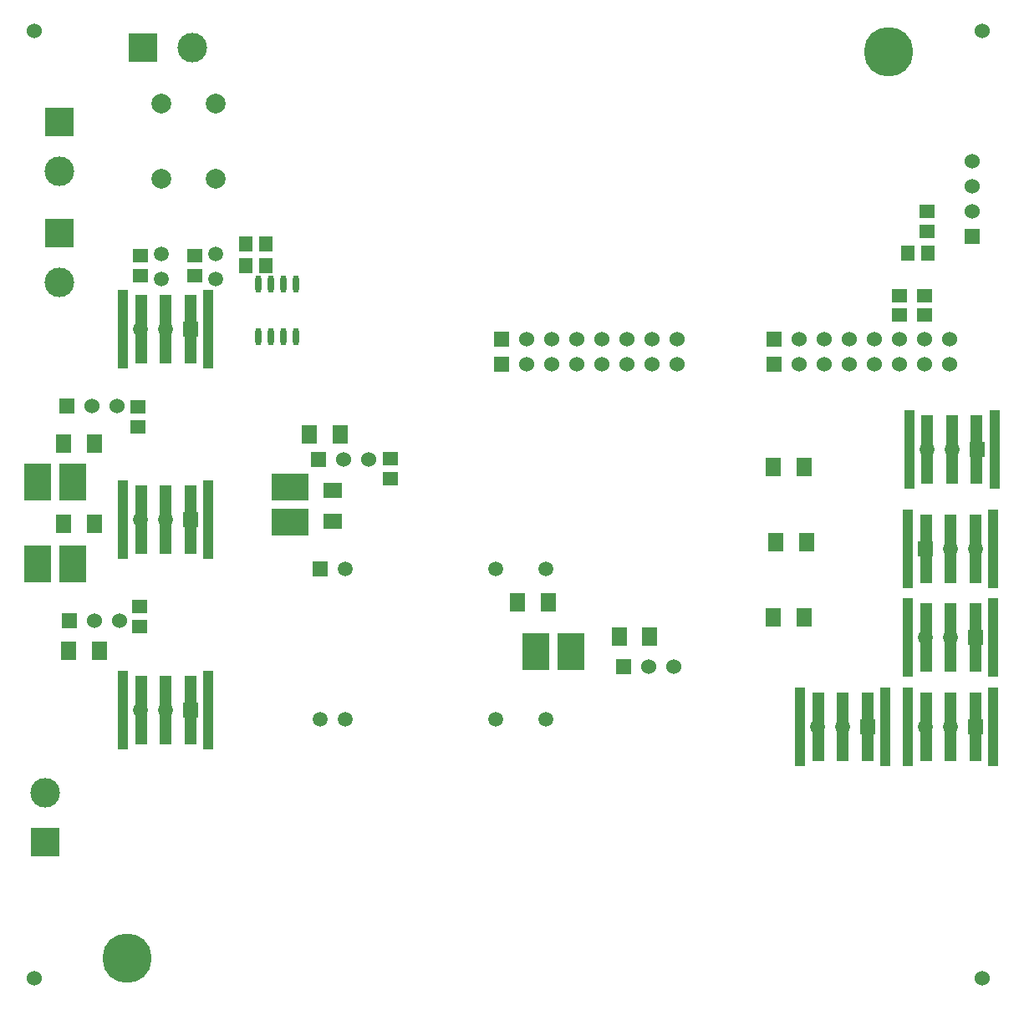
<source format=gbr>
G04 Layer_Color=255*
%FSLAX26Y26*%
%MOIN*%
%TF.FileFunction,Pads,Top*%
%TF.Part,Single*%
G01*
G75*
%TA.AperFunction,SMDPad,CuDef*%
%ADD10R,0.059055X0.074803*%
%ADD11R,0.074803X0.059055*%
%ADD12R,0.107087X0.148425*%
%ADD13R,0.148425X0.107087*%
%ADD14R,0.048819X0.275591*%
%ADD15R,0.043307X0.314961*%
%TA.AperFunction,ConnectorPad*%
%ADD16R,0.048819X0.275591*%
%ADD17R,0.043307X0.314961*%
%TA.AperFunction,SMDPad,CuDef*%
%ADD18R,0.059055X0.055118*%
%ADD19R,0.055118X0.059055*%
%ADD20O,0.023622X0.070866*%
%TA.AperFunction,WasherPad*%
%ADD29C,0.060000*%
%TA.AperFunction,ViaPad*%
%ADD30C,0.196850*%
%TA.AperFunction,ComponentPad*%
%ADD31R,0.118110X0.118110*%
%ADD32C,0.118110*%
%ADD33R,0.118110X0.118110*%
%ADD34C,0.059055*%
%ADD35R,0.059055X0.059055*%
%ADD36C,0.060000*%
%ADD37R,0.060000X0.060000*%
%ADD38R,0.060000X0.060000*%
%ADD39R,0.059055X0.059055*%
%ADD40C,0.078740*%
D10*
X241024Y1815000D02*
D03*
X118976D02*
D03*
X241024Y2135000D02*
D03*
X118976D02*
D03*
X2051024Y1500000D02*
D03*
X1928976D02*
D03*
X2456024Y1365000D02*
D03*
X2333976D02*
D03*
X261024Y1307000D02*
D03*
X138976D02*
D03*
X2948976Y2039685D02*
D03*
X3071024D02*
D03*
X1221024Y2170000D02*
D03*
X1098976D02*
D03*
X2958976Y1740000D02*
D03*
X3081024D02*
D03*
X2948976Y1440000D02*
D03*
X3071024D02*
D03*
D11*
X1190000Y1946024D02*
D03*
Y1823976D02*
D03*
D12*
X154685Y1980000D02*
D03*
X15315D02*
D03*
X2139685Y1305000D02*
D03*
X2000315D02*
D03*
X154685Y1655000D02*
D03*
X15315D02*
D03*
D13*
X1020000Y1959685D02*
D03*
Y1820315D02*
D03*
D14*
X525002Y2590000D02*
D03*
X623427D02*
D03*
X426577D02*
D03*
X525002Y1830500D02*
D03*
X623427D02*
D03*
X426577D02*
D03*
X525002Y1071000D02*
D03*
X623427D02*
D03*
X426577D02*
D03*
X3225001Y1005000D02*
D03*
X3323427D02*
D03*
X3126576D02*
D03*
D15*
X355514Y2590000D02*
D03*
X694490D02*
D03*
X355514Y1830500D02*
D03*
X694490D02*
D03*
X355514Y1071000D02*
D03*
X694490D02*
D03*
X3055513Y1005000D02*
D03*
X3394490D02*
D03*
D16*
X3661001Y2110000D02*
D03*
X3759426D02*
D03*
X3562576D02*
D03*
X3654996Y1715000D02*
D03*
X3556571D02*
D03*
X3753421D02*
D03*
X3654999Y1005000D02*
D03*
X3753424D02*
D03*
X3556573D02*
D03*
X3654999Y1360413D02*
D03*
X3753424D02*
D03*
X3556573D02*
D03*
D17*
X3491513Y2110000D02*
D03*
X3830489D02*
D03*
X3824484Y1715000D02*
D03*
X3485508D02*
D03*
X3485510Y1005000D02*
D03*
X3824487D02*
D03*
X3485510Y1360413D02*
D03*
X3824487D02*
D03*
D18*
X415000Y2279370D02*
D03*
Y2200630D02*
D03*
X420000Y1484370D02*
D03*
Y1405630D02*
D03*
X1420000Y2074370D02*
D03*
Y1995630D02*
D03*
X425000Y2805630D02*
D03*
Y2884370D02*
D03*
X3560000Y2980630D02*
D03*
Y3059370D02*
D03*
X640000Y2805630D02*
D03*
Y2884370D02*
D03*
X3550000Y2646630D02*
D03*
Y2725370D02*
D03*
X3451000Y2646630D02*
D03*
Y2725370D02*
D03*
D19*
X845630Y2930000D02*
D03*
X924370D02*
D03*
X3485630Y2895000D02*
D03*
X3564370D02*
D03*
X845630Y2845000D02*
D03*
X924370D02*
D03*
D20*
X894685Y2560669D02*
D03*
X944685D02*
D03*
X994685D02*
D03*
X1044685D02*
D03*
X894685Y2769331D02*
D03*
X944685D02*
D03*
X994685D02*
D03*
X1044685D02*
D03*
D29*
X0Y3779528D02*
D03*
X3779526D02*
D03*
Y0D02*
D03*
X0D02*
D03*
D30*
X371000Y81000D02*
D03*
X3408526Y3698528D02*
D03*
D31*
X46000Y542575D02*
D03*
X102665Y3418425D02*
D03*
Y2973425D02*
D03*
D32*
X46000Y739425D02*
D03*
X630553Y3715000D02*
D03*
X102665Y3221575D02*
D03*
Y2776575D02*
D03*
D33*
X433703Y3715000D02*
D03*
D34*
X425002Y2590000D02*
D03*
X525002D02*
D03*
X425002Y1830500D02*
D03*
X525002D02*
D03*
X425002Y1071000D02*
D03*
X525002D02*
D03*
X3561001Y2110000D02*
D03*
X3661001D02*
D03*
X3754996Y1715000D02*
D03*
X3654996D02*
D03*
X3125001Y1005000D02*
D03*
X3225001D02*
D03*
X3554999Y1005000D02*
D03*
X3654999D02*
D03*
X3554999Y1360413D02*
D03*
X3654999D02*
D03*
X2041000Y1634000D02*
D03*
X1841000D02*
D03*
X1241000D02*
D03*
X1141000Y1034000D02*
D03*
X2041000D02*
D03*
X1841000D02*
D03*
X1241000D02*
D03*
X508787Y2890000D02*
D03*
Y2790000D02*
D03*
X723787Y2890000D02*
D03*
Y2790000D02*
D03*
D35*
X625002Y2590000D02*
D03*
Y1830500D02*
D03*
Y1071000D02*
D03*
X3761001Y2110000D02*
D03*
X3554996Y1715000D02*
D03*
X3325001Y1005000D02*
D03*
X3754999Y1005000D02*
D03*
Y1360413D02*
D03*
D36*
X2065000Y2550000D02*
D03*
X1965000D02*
D03*
X2565000D02*
D03*
X2465000D02*
D03*
X2365000D02*
D03*
X2265000D02*
D03*
X2165000D02*
D03*
X2065000Y2450000D02*
D03*
X1965000D02*
D03*
X2565000D02*
D03*
X2465000D02*
D03*
X2365000D02*
D03*
X2265000D02*
D03*
X2165000D02*
D03*
X3150000D02*
D03*
X3050000D02*
D03*
X3650000D02*
D03*
X3550000D02*
D03*
X3450000D02*
D03*
X3350000D02*
D03*
X3250000D02*
D03*
X3740000Y3060000D02*
D03*
Y3160000D02*
D03*
Y3260000D02*
D03*
X3150000Y2550000D02*
D03*
X3050000D02*
D03*
X3650000D02*
D03*
X3550000D02*
D03*
X3450000D02*
D03*
X3350000D02*
D03*
X3250000D02*
D03*
X230000Y2285000D02*
D03*
X330000D02*
D03*
X2450000Y1245000D02*
D03*
X2550000D02*
D03*
X239843Y1427000D02*
D03*
X339842D02*
D03*
X1234000Y2069000D02*
D03*
X1334000D02*
D03*
D37*
X1865000Y2550000D02*
D03*
Y2450000D02*
D03*
X2950000D02*
D03*
Y2550000D02*
D03*
X130000Y2285000D02*
D03*
X2350000Y1245000D02*
D03*
X139843Y1427000D02*
D03*
X1134000Y2069000D02*
D03*
D38*
X3740000Y2960000D02*
D03*
D39*
X1141000Y1634000D02*
D03*
D40*
X508787Y3490000D02*
D03*
Y3190000D02*
D03*
X723787Y3490000D02*
D03*
Y3190000D02*
D03*
%TF.MD5,528eb9848238c7142802619d36c2febf*%
M02*

</source>
